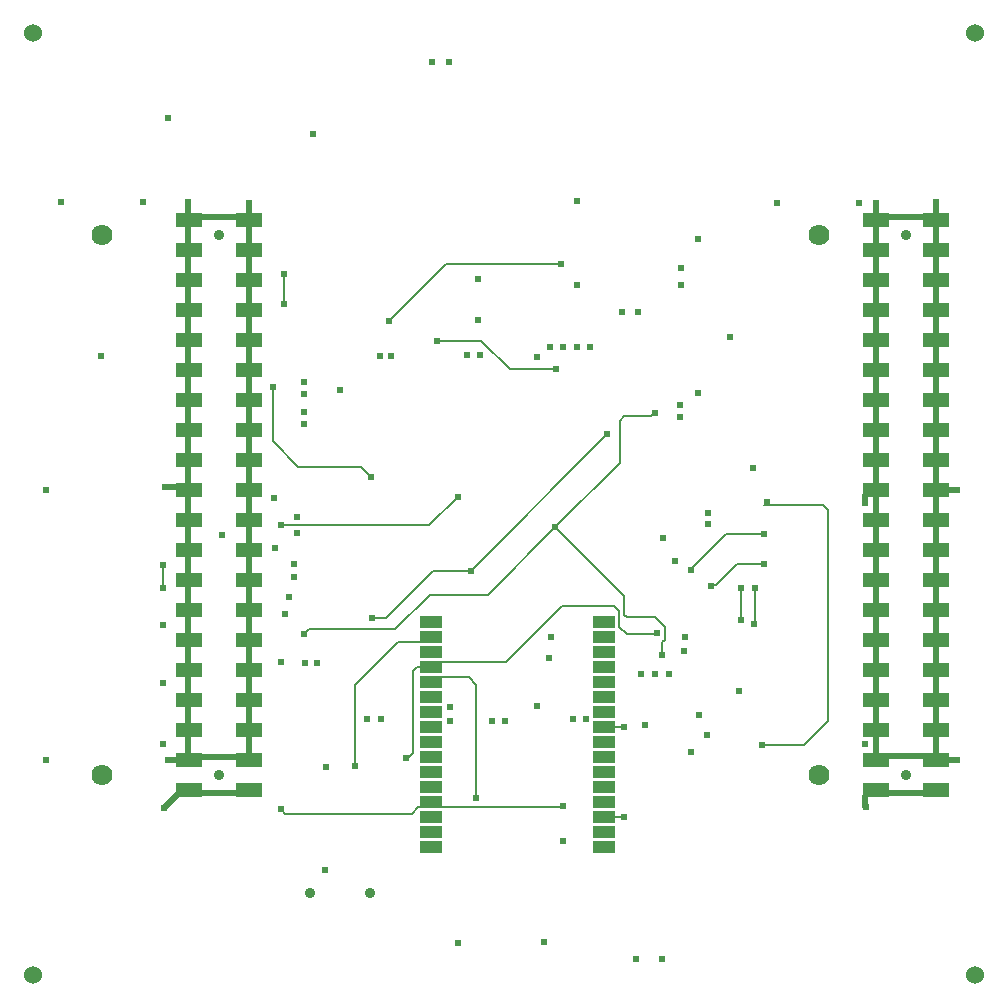
<source format=gbl>
G04*
G04 #@! TF.GenerationSoftware,Altium Limited,Altium Designer,23.11.1 (41)*
G04*
G04 Layer_Physical_Order=4*
G04 Layer_Color=16711680*
%FSLAX25Y25*%
%MOIN*%
G70*
G04*
G04 #@! TF.SameCoordinates,7B13C31F-70D5-41CF-BA4D-497FEED21CC8*
G04*
G04*
G04 #@! TF.FilePolarity,Positive*
G04*
G01*
G75*
%ADD71C,0.00600*%
%ADD72C,0.02000*%
%ADD73C,0.07008*%
%ADD74C,0.03504*%
%ADD75C,0.06000*%
%ADD76C,0.02400*%
%ADD77R,0.07480X0.04213*%
%ADD78R,0.09016X0.05000*%
%ADD79C,0.01500*%
D71*
X318590Y91800D02*
Y92900D01*
X229800Y126800D02*
Y130990D01*
X230599Y131789D01*
Y135992D01*
X227291Y139300D02*
X230599Y135992D01*
X154356Y76107D02*
X196307D01*
X196500Y76300D01*
X165193Y119293D02*
X167800Y116687D01*
Y79000D02*
Y116687D01*
X154356Y119293D02*
X165193D01*
X215600Y204800D02*
X217010Y206210D01*
X215598Y190698D02*
Y204798D01*
X194100Y169200D02*
X215598Y190698D01*
X217040Y140160D02*
Y146260D01*
X171588Y146688D02*
X194100Y169200D01*
X217040Y146260D01*
X152188Y146688D02*
X171588D01*
X112094Y135300D02*
X140800D01*
X152188Y146688D01*
X217040Y140160D02*
X217900Y139300D01*
X153400Y154700D02*
X166000D01*
X137700Y139000D02*
X153400Y154700D01*
X211454Y200202D02*
Y200249D01*
X166000Y154747D02*
X211454Y200202D01*
X166000Y154700D02*
Y154747D01*
X318590Y91800D02*
X320941D01*
X299500Y81800D02*
X301059D01*
X299500Y81500D02*
X301059D01*
X297400Y79700D02*
X299500Y81800D01*
X157644Y256844D02*
X195944D01*
X196000Y256900D01*
X152100Y170000D02*
X161500Y179400D01*
X102700Y170000D02*
X152100D01*
X133000Y139000D02*
X137700D01*
X129300Y189400D02*
X132600Y186100D01*
X108400Y189400D02*
X129300D01*
X99900Y197900D02*
X108400Y189400D01*
X110400Y133606D02*
X112094Y135300D01*
X110400Y133600D02*
Y133606D01*
X226149Y206210D02*
X227138Y207200D01*
X227400D01*
X217010Y206210D02*
X226149D01*
X217900Y139300D02*
X227291D01*
X213829Y142900D02*
X215440Y141289D01*
Y136160D02*
Y141289D01*
X208700Y142900D02*
X213829D01*
X196300Y142900D02*
X208700D01*
X177693Y124293D02*
X196300Y142900D01*
X208700D02*
X208700Y142900D01*
X69810Y81800D02*
X69910Y81700D01*
X70119Y81909D01*
X71466D01*
X210400Y72700D02*
X216900D01*
X99900Y197900D02*
Y216100D01*
X103600Y243800D02*
Y253500D01*
X103500Y253600D02*
X103600Y253500D01*
X154700Y231400D02*
X169400D01*
X178946Y221854D01*
X194269D01*
X283200Y176700D02*
X285000Y174900D01*
Y104700D02*
Y174900D01*
X277100Y96800D02*
X285000Y104700D01*
X263800Y176700D02*
X283200D01*
X262900Y96800D02*
X277100D01*
X260400Y136900D02*
X260500Y137000D01*
Y148900D02*
X260600Y149000D01*
X260500Y137000D02*
Y148900D01*
X256000Y138400D02*
Y149000D01*
X138800Y238000D02*
X157644Y256844D01*
X246285Y149885D02*
X247685D01*
X254700Y156900D01*
X263800D01*
X239300Y155167D02*
X251033Y166900D01*
X263800D01*
X210600Y102500D02*
X216900D01*
X210400Y102700D02*
X210600Y102500D01*
X227948Y133700D02*
X228099Y133851D01*
X217900Y133700D02*
X227948D01*
X215440Y136160D02*
X217900Y133700D01*
X154356Y124293D02*
X177693D01*
X152762Y122700D02*
X154356Y124293D01*
X63400Y149100D02*
Y156700D01*
X141507Y131107D02*
X151169D01*
X127200Y116800D02*
X141507Y131107D01*
X151169D02*
X152762Y132700D01*
X146600Y121200D02*
X148100Y122700D01*
X146600Y93841D02*
Y121200D01*
X145976Y93217D02*
X146600Y93841D01*
X144934Y92200D02*
X145951Y93217D01*
X145976D01*
X127200Y89600D02*
Y116800D01*
X144447Y92200D02*
X144934D01*
X104000Y73800D02*
X146177D01*
X102500Y75300D02*
X104000Y73800D01*
X146177D02*
X148484Y76107D01*
X151169D01*
X148100Y122700D02*
X152762D01*
Y117700D02*
X154356Y119293D01*
D72*
X69810Y81600D02*
Y81800D01*
X320994Y251800D02*
Y261800D01*
X300900Y241800D02*
Y277300D01*
X320994Y221800D02*
Y251800D01*
X300900Y211800D02*
Y241800D01*
Y191800D02*
Y211800D01*
X320994Y161800D02*
Y221800D01*
X300900Y181800D02*
X300900Y191800D01*
X300900Y171800D02*
Y181800D01*
X320994Y151800D02*
X320994Y161800D01*
X320994Y141800D02*
Y151800D01*
X300900Y141800D02*
Y171800D01*
Y111800D02*
Y141800D01*
X320994Y111800D02*
Y141800D01*
Y91800D02*
Y111800D01*
X300900Y92900D02*
Y111800D01*
X72156Y272708D02*
X92000D01*
X71763Y271711D02*
Y277142D01*
X92000Y251800D02*
Y272708D01*
X71763Y251800D02*
Y271711D01*
X92000Y211800D02*
Y241800D01*
Y191800D02*
Y211800D01*
Y241800D02*
Y251800D01*
X71763Y231800D02*
Y251800D01*
Y201800D02*
Y231800D01*
X92000Y181800D02*
X92000Y191800D01*
X71763Y181800D02*
X71763Y191642D01*
Y201800D01*
X92000Y161800D02*
Y181800D01*
Y92708D02*
Y161800D01*
X71763Y121800D02*
Y151800D01*
Y181800D01*
X72156Y92708D02*
X92000D01*
X71763Y91800D02*
Y121800D01*
X92000Y91800D02*
Y92708D01*
X63977Y182524D02*
X68510D01*
X63900Y182600D02*
X63977Y182524D01*
X68834Y182847D02*
Y182921D01*
X68510Y182524D02*
X68834Y182847D01*
X65078Y91521D02*
X69534D01*
X323466Y91779D02*
X327922D01*
X323466Y181679D02*
X327922D01*
X297333Y177175D02*
Y180050D01*
X301059Y91800D02*
X302159Y92900D01*
X92000Y272708D02*
X92156D01*
X92000D02*
Y277300D01*
X92000Y92708D02*
X92156D01*
X319941Y272800D02*
X320941Y271800D01*
X301059D02*
X302059Y272800D01*
X319941D01*
X320941D02*
Y277459D01*
X71763Y271711D02*
X71800Y271749D01*
X71750Y271699D02*
X71763Y271711D01*
X320941Y261800D02*
Y271800D01*
X319841Y92900D02*
X320941Y91800D01*
X302159Y92900D02*
X318590D01*
X319841D01*
X64087Y75876D02*
X69810Y81600D01*
X63600Y75800D02*
X63677Y75876D01*
X64087D01*
X297400Y76800D02*
Y79700D01*
X297424Y76077D02*
X297500Y76000D01*
X297400Y76800D02*
X297424Y76776D01*
Y76077D02*
Y76776D01*
X319941Y80800D02*
X320941Y81800D01*
X301059D02*
X302059Y80800D01*
X319941D01*
X72018Y81800D02*
X73218Y80600D01*
X90700D02*
X91900Y81800D01*
X73218Y80600D02*
X90700D01*
D73*
X42973Y266800D02*
D03*
Y86800D02*
D03*
X281926D02*
D03*
Y266800D02*
D03*
D74*
X81959Y266800D02*
D03*
Y86800D02*
D03*
X311000Y266800D02*
D03*
Y86800D02*
D03*
X112400Y47451D02*
D03*
X132400D02*
D03*
D75*
X20000Y20000D02*
D03*
X334000D02*
D03*
Y334000D02*
D03*
X20000D02*
D03*
D76*
X63900Y182600D02*
D03*
X65078Y91521D02*
D03*
X327922Y91779D02*
D03*
Y181679D02*
D03*
X297333Y177175D02*
D03*
X24375Y181567D02*
D03*
X297300Y96900D02*
D03*
X24375Y91667D02*
D03*
X267900Y277200D02*
D03*
X295400Y277300D02*
D03*
X56600Y277500D02*
D03*
X29400D02*
D03*
X135503Y226307D02*
D03*
X235645Y206154D02*
D03*
Y209978D02*
D03*
X237207Y132771D02*
D03*
X237146Y128159D02*
D03*
X229800Y126800D02*
D03*
X227300Y120200D02*
D03*
X231900D02*
D03*
X204200Y105300D02*
D03*
X200100Y105400D02*
D03*
X177300Y104798D02*
D03*
X173100Y104800D02*
D03*
X158900Y104798D02*
D03*
Y109200D02*
D03*
X135900Y105200D02*
D03*
X131300D02*
D03*
X110500Y124100D02*
D03*
X107000Y157000D02*
D03*
X107100Y152700D02*
D03*
X110300Y207800D02*
D03*
X205800Y229379D02*
D03*
X201400D02*
D03*
X169116Y226811D02*
D03*
X164800D02*
D03*
X196500Y229379D02*
D03*
X192272Y229415D02*
D03*
X110430Y213737D02*
D03*
Y217506D02*
D03*
X196500Y76300D02*
D03*
X167800Y79000D02*
D03*
X242100Y106659D02*
D03*
X252400Y232700D02*
D03*
X194100Y169200D02*
D03*
X166000Y154700D02*
D03*
X63600Y75800D02*
D03*
X297500Y76000D02*
D03*
X168200Y252000D02*
D03*
Y238300D02*
D03*
X196000Y256900D02*
D03*
X153044Y324174D02*
D03*
X158556D02*
D03*
X161500Y179400D02*
D03*
X211454Y200249D02*
D03*
X133000Y139000D02*
D03*
X132600Y186100D02*
D03*
X102600Y124200D02*
D03*
X110400Y133600D02*
D03*
X108014Y167414D02*
D03*
X117500Y89400D02*
D03*
X114800Y124100D02*
D03*
X100231Y179000D02*
D03*
X110430Y203528D02*
D03*
X196500Y64800D02*
D03*
X216900Y72700D02*
D03*
X223951Y103300D02*
D03*
X227400Y207200D02*
D03*
X229680Y25400D02*
D03*
X239400Y94206D02*
D03*
X244500Y99900D02*
D03*
X255200Y114600D02*
D03*
X230050Y165650D02*
D03*
X245156Y173982D02*
D03*
X188132Y226028D02*
D03*
X201421Y250084D02*
D03*
Y278100D02*
D03*
X216300Y241100D02*
D03*
X236000Y255600D02*
D03*
X241800Y265400D02*
D03*
X191900Y125500D02*
D03*
X222700Y120200D02*
D03*
X99900Y216100D02*
D03*
X122200Y214900D02*
D03*
X139272Y226307D02*
D03*
X103600Y243800D02*
D03*
X103500Y253600D02*
D03*
X154700Y231400D02*
D03*
X262900Y96800D02*
D03*
X264500Y177500D02*
D03*
X259936Y189100D02*
D03*
X108014Y172768D02*
D03*
X100500Y162316D02*
D03*
X82900Y166600D02*
D03*
X260400Y136900D02*
D03*
X256000Y138400D02*
D03*
X194269Y221854D02*
D03*
X138800Y238000D02*
D03*
X260600Y149000D02*
D03*
X105300Y146100D02*
D03*
X187832Y109740D02*
D03*
X216900Y102500D02*
D03*
X228099Y133851D02*
D03*
X102700Y170000D02*
D03*
X245127Y170188D02*
D03*
X320900Y277500D02*
D03*
X192700Y132800D02*
D03*
X113326Y300344D02*
D03*
X241512Y214012D02*
D03*
X104063Y140400D02*
D03*
X246100Y149700D02*
D03*
X256000Y149000D02*
D03*
X239300Y155100D02*
D03*
X263800Y156900D02*
D03*
Y166900D02*
D03*
X234000Y158128D02*
D03*
X236000Y250025D02*
D03*
X221812Y241100D02*
D03*
X92000Y277300D02*
D03*
X71800Y277500D02*
D03*
X63400Y156700D02*
D03*
Y117300D02*
D03*
X127200Y89600D02*
D03*
X144447Y92200D02*
D03*
X102500Y75300D02*
D03*
X63400Y149100D02*
D03*
Y136800D02*
D03*
X42800Y226200D02*
D03*
X63400Y97000D02*
D03*
X161500Y30800D02*
D03*
X221019Y25400D02*
D03*
X190354Y31100D02*
D03*
X300900Y277300D02*
D03*
X117400Y54900D02*
D03*
X65025Y305600D02*
D03*
D77*
X210400Y72700D02*
D03*
X152762Y62700D02*
D03*
Y107700D02*
D03*
Y112700D02*
D03*
Y117700D02*
D03*
Y122700D02*
D03*
Y127700D02*
D03*
Y132700D02*
D03*
Y137700D02*
D03*
X210400D02*
D03*
Y132700D02*
D03*
Y127700D02*
D03*
X152762Y67700D02*
D03*
X210400Y122700D02*
D03*
Y117700D02*
D03*
Y112700D02*
D03*
Y107700D02*
D03*
Y102700D02*
D03*
Y97700D02*
D03*
Y92700D02*
D03*
Y87700D02*
D03*
Y82700D02*
D03*
Y77700D02*
D03*
X152762Y72700D02*
D03*
X210400Y67700D02*
D03*
Y62700D02*
D03*
X152762Y77700D02*
D03*
Y82700D02*
D03*
Y87700D02*
D03*
Y92700D02*
D03*
Y97700D02*
D03*
Y102700D02*
D03*
D78*
X72018Y81800D02*
D03*
X91900D02*
D03*
X72018Y271800D02*
D03*
X91900D02*
D03*
X72018Y261800D02*
D03*
X91900D02*
D03*
X72018Y251800D02*
D03*
X91900D02*
D03*
X72018Y241800D02*
D03*
X91900D02*
D03*
X72018Y231800D02*
D03*
X91900D02*
D03*
X72018Y221800D02*
D03*
X91900D02*
D03*
X72018Y211800D02*
D03*
X91900D02*
D03*
X72018Y201800D02*
D03*
X91900D02*
D03*
X72018Y191800D02*
D03*
X91900D02*
D03*
X72018Y181800D02*
D03*
X91900D02*
D03*
X72018Y171800D02*
D03*
X91900D02*
D03*
X72018Y161800D02*
D03*
X91900D02*
D03*
X72018Y151800D02*
D03*
X91900D02*
D03*
X72018Y141800D02*
D03*
X91900D02*
D03*
X72018Y131800D02*
D03*
X91900D02*
D03*
X72018Y121800D02*
D03*
X91900D02*
D03*
X72018Y111800D02*
D03*
X91900D02*
D03*
X72018Y101800D02*
D03*
X91900D02*
D03*
X72018Y91800D02*
D03*
X91900D02*
D03*
X301059Y271800D02*
D03*
X320941D02*
D03*
X301059Y261800D02*
D03*
X320941D02*
D03*
X301059Y251800D02*
D03*
X320941D02*
D03*
X301059Y241800D02*
D03*
X320941D02*
D03*
X301059Y231800D02*
D03*
X320941D02*
D03*
X301059Y221800D02*
D03*
X320941D02*
D03*
X301059Y211800D02*
D03*
X320941D02*
D03*
X301059Y201800D02*
D03*
X320941D02*
D03*
X301059Y191800D02*
D03*
X320941D02*
D03*
X301059Y181800D02*
D03*
X320941D02*
D03*
X301059Y171800D02*
D03*
X320941D02*
D03*
X301059Y161800D02*
D03*
X320941D02*
D03*
X301059Y151800D02*
D03*
X320941D02*
D03*
X301059Y141800D02*
D03*
X320941D02*
D03*
X301059Y131800D02*
D03*
X320941D02*
D03*
X301059Y121800D02*
D03*
X320941D02*
D03*
X301059Y111800D02*
D03*
X320941D02*
D03*
X301059Y101800D02*
D03*
X320941D02*
D03*
X301059Y91800D02*
D03*
X320941D02*
D03*
X301059Y81800D02*
D03*
X320941D02*
D03*
D79*
X297333Y180050D02*
X299083Y181800D01*
X300900D01*
X301059D01*
M02*

</source>
